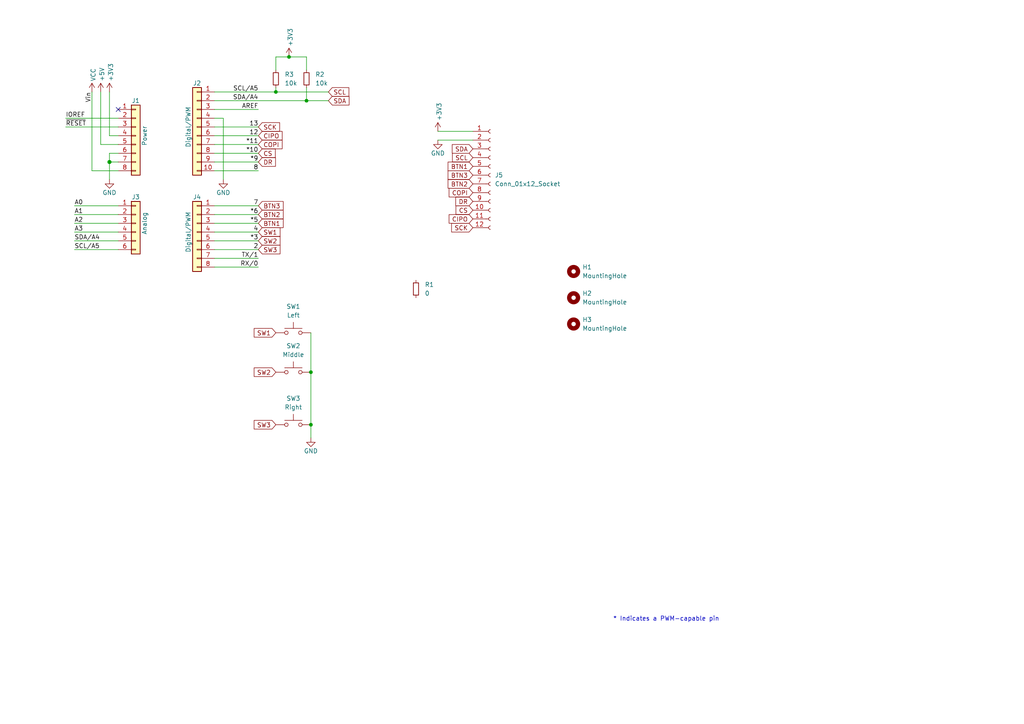
<source format=kicad_sch>
(kicad_sch (version 20230121) (generator eeschema)
  (paper "A4")
  (title_block (date "mar. 31 mars 2015"))
  (lib_symbols
    (symbol "Connector:Conn_01x12_Socket" (pin_names (offset 1.016) hide)
      (property "Reference" "J" (at 0 15.24 0))
      (property "Value" "Conn_01x12_Socket" (at 0 -17.78 0))
      (symbol "Conn_01x12_Socket_1_1"
        (arc (start 0 -14.732) (mid -0.5058 -15.24) (end 0 -15.748) (stroke (width 0.1524)))
        (arc (start 0 -12.192) (mid -0.5058 -12.7) (end 0 -13.208) (stroke (width 0.1524)))
        (arc (start 0 -9.652) (mid -0.5058 -10.16) (end 0 -10.668) (stroke (width 0.1524)))
        (arc (start 0 -7.112) (mid -0.5058 -7.62) (end 0 -8.128) (stroke (width 0.1524)))
        (arc (start 0 -4.572) (mid -0.5058 -5.08) (end 0 -5.588) (stroke (width 0.1524)))
        (arc (start 0 -2.032) (mid -0.5058 -2.54) (end 0 -3.048) (stroke (width 0.1524)))
        (polyline (pts (xy -1.27 -15.24) (xy -0.508 -15.24)) (stroke (width 0.1524)))
        (polyline (pts (xy -1.27 -12.7) (xy -0.508 -12.7)) (stroke (width 0.1524)))
        (polyline (pts (xy -1.27 -10.16) (xy -0.508 -10.16)) (stroke (width 0.1524)))
        (polyline (pts (xy -1.27 -7.62) (xy -0.508 -7.62)) (stroke (width 0.1524)))
        (polyline (pts (xy -1.27 -5.08) (xy -0.508 -5.08)) (stroke (width 0.1524)))
        (polyline (pts (xy -1.27 -2.54) (xy -0.508 -2.54)) (stroke (width 0.1524)))
        (polyline (pts (xy -1.27 0) (xy -0.508 0)) (stroke (width 0.1524)))
        (polyline (pts (xy -1.27 2.54) (xy -0.508 2.54)) (stroke (width 0.1524)))
        (polyline (pts (xy -1.27 5.08) (xy -0.508 5.08)) (stroke (width 0.1524)))
        (polyline (pts (xy -1.27 7.62) (xy -0.508 7.62)) (stroke (width 0.1524)))
        (polyline (pts (xy -1.27 10.16) (xy -0.508 10.16)) (stroke (width 0.1524)))
        (polyline (pts (xy -1.27 12.7) (xy -0.508 12.7)) (stroke (width 0.1524)))
        (arc (start 0 0.508) (mid -0.5058 0) (end 0 -0.508) (stroke (width 0.1524)))
        (arc (start 0 3.048) (mid -0.5058 2.54) (end 0 2.032) (stroke (width 0.1524)))
        (arc (start 0 5.588) (mid -0.5058 5.08) (end 0 4.572) (stroke (width 0.1524)))
        (arc (start 0 8.128) (mid -0.5058 7.62) (end 0 7.112) (stroke (width 0.1524)))
        (arc (start 0 10.668) (mid -0.5058 10.16) (end 0 9.652) (stroke (width 0.1524)))
        (arc (start 0 13.208) (mid -0.5058 12.7) (end 0 12.192) (stroke (width 0.1524)))
        (pin passive line (at -5.08 12.7 0) (length 3.81) (name "Pin_1") (number "1"))
        (pin passive line (at -5.08 -10.16 0) (length 3.81) (name "Pin_10") (number "10"))
        (pin passive line (at -5.08 -12.7 0) (length 3.81) (name "Pin_11") (number "11"))
        (pin passive line (at -5.08 -15.24 0) (length 3.81) (name "Pin_12") (number "12"))
        (pin passive line (at -5.08 10.16 0) (length 3.81) (name "Pin_2") (number "2"))
        (pin passive line (at -5.08 7.62 0) (length 3.81) (name "Pin_3") (number "3"))
        (pin passive line (at -5.08 5.08 0) (length 3.81) (name "Pin_4") (number "4"))
        (pin passive line (at -5.08 2.54 0) (length 3.81) (name "Pin_5") (number "5"))
        (pin passive line (at -5.08 0 0) (length 3.81) (name "Pin_6") (number "6"))
        (pin passive line (at -5.08 -2.54 0) (length 3.81) (name "Pin_7") (number "7"))
        (pin passive line (at -5.08 -5.08 0) (length 3.81) (name "Pin_8") (number "8"))
        (pin passive line (at -5.08 -7.62 0) (length 3.81) (name "Pin_9") (number "9"))
      )
    )
    (symbol "Connector_Generic:Conn_01x06" (pin_names (offset 1.016) hide)
      (property "Reference" "J" (at 0 7.62 0))
      (property "Value" "Conn_01x06" (at 0 -10.16 0))
      (symbol "Conn_01x06_1_1"
        (rectangle (start -1.27 -7.493) (end 0 -7.747) (stroke (width 0.1524)))
        (rectangle (start -1.27 -4.953) (end 0 -5.207) (stroke (width 0.1524)))
        (rectangle (start -1.27 -2.413) (end 0 -2.667) (stroke (width 0.1524)))
        (rectangle (start -1.27 0.127) (end 0 -0.127) (stroke (width 0.1524)))
        (rectangle (start -1.27 2.667) (end 0 2.413) (stroke (width 0.1524)))
        (rectangle (start -1.27 5.207) (end 0 4.953) (stroke (width 0.1524)))
        (rectangle (start -1.27 6.35) (end 1.27 -8.89) (stroke (width 0.254)) (fill (type background)))
        (pin passive line (at -5.08 5.08 0) (length 3.81) (name "Pin_1") (number "1"))
        (pin passive line (at -5.08 2.54 0) (length 3.81) (name "Pin_2") (number "2"))
        (pin passive line (at -5.08 0 0) (length 3.81) (name "Pin_3") (number "3"))
        (pin passive line (at -5.08 -2.54 0) (length 3.81) (name "Pin_4") (number "4"))
        (pin passive line (at -5.08 -5.08 0) (length 3.81) (name "Pin_5") (number "5"))
        (pin passive line (at -5.08 -7.62 0) (length 3.81) (name "Pin_6") (number "6"))
      )
    )
    (symbol "Connector_Generic:Conn_01x08" (pin_names (offset 1.016) hide)
      (property "Reference" "J" (at 0 10.16 0))
      (property "Value" "Conn_01x08" (at 0 -12.7 0))
      (symbol "Conn_01x08_1_1"
        (rectangle (start -1.27 -10.033) (end 0 -10.287) (stroke (width 0.1524)))
        (rectangle (start -1.27 -7.493) (end 0 -7.747) (stroke (width 0.1524)))
        (rectangle (start -1.27 -4.953) (end 0 -5.207) (stroke (width 0.1524)))
        (rectangle (start -1.27 -2.413) (end 0 -2.667) (stroke (width 0.1524)))
        (rectangle (start -1.27 0.127) (end 0 -0.127) (stroke (width 0.1524)))
        (rectangle (start -1.27 2.667) (end 0 2.413) (stroke (width 0.1524)))
        (rectangle (start -1.27 5.207) (end 0 4.953) (stroke (width 0.1524)))
        (rectangle (start -1.27 7.747) (end 0 7.493) (stroke (width 0.1524)))
        (rectangle (start -1.27 8.89) (end 1.27 -11.43) (stroke (width 0.254)) (fill (type background)))
        (pin passive line (at -5.08 7.62 0) (length 3.81) (name "Pin_1") (number "1"))
        (pin passive line (at -5.08 5.08 0) (length 3.81) (name "Pin_2") (number "2"))
        (pin passive line (at -5.08 2.54 0) (length 3.81) (name "Pin_3") (number "3"))
        (pin passive line (at -5.08 0 0) (length 3.81) (name "Pin_4") (number "4"))
        (pin passive line (at -5.08 -2.54 0) (length 3.81) (name "Pin_5") (number "5"))
        (pin passive line (at -5.08 -5.08 0) (length 3.81) (name "Pin_6") (number "6"))
        (pin passive line (at -5.08 -7.62 0) (length 3.81) (name "Pin_7") (number "7"))
        (pin passive line (at -5.08 -10.16 0) (length 3.81) (name "Pin_8") (number "8"))
      )
    )
    (symbol "Connector_Generic:Conn_01x10" (pin_names (offset 1.016) hide)
      (property "Reference" "J" (at 0 12.7 0))
      (property "Value" "Conn_01x10" (at 0 -15.24 0))
      (symbol "Conn_01x10_1_1"
        (rectangle (start -1.27 -12.573) (end 0 -12.827) (stroke (width 0.1524)))
        (rectangle (start -1.27 -10.033) (end 0 -10.287) (stroke (width 0.1524)))
        (rectangle (start -1.27 -7.493) (end 0 -7.747) (stroke (width 0.1524)))
        (rectangle (start -1.27 -4.953) (end 0 -5.207) (stroke (width 0.1524)))
        (rectangle (start -1.27 -2.413) (end 0 -2.667) (stroke (width 0.1524)))
        (rectangle (start -1.27 0.127) (end 0 -0.127) (stroke (width 0.1524)))
        (rectangle (start -1.27 2.667) (end 0 2.413) (stroke (width 0.1524)))
        (rectangle (start -1.27 5.207) (end 0 4.953) (stroke (width 0.1524)))
        (rectangle (start -1.27 7.747) (end 0 7.493) (stroke (width 0.1524)))
        (rectangle (start -1.27 10.287) (end 0 10.033) (stroke (width 0.1524)))
        (rectangle (start -1.27 11.43) (end 1.27 -13.97) (stroke (width 0.254)) (fill (type background)))
        (pin passive line (at -5.08 10.16 0) (length 3.81) (name "Pin_1") (number "1"))
        (pin passive line (at -5.08 -12.7 0) (length 3.81) (name "Pin_10") (number "10"))
        (pin passive line (at -5.08 7.62 0) (length 3.81) (name "Pin_2") (number "2"))
        (pin passive line (at -5.08 5.08 0) (length 3.81) (name "Pin_3") (number "3"))
        (pin passive line (at -5.08 2.54 0) (length 3.81) (name "Pin_4") (number "4"))
        (pin passive line (at -5.08 0 0) (length 3.81) (name "Pin_5") (number "5"))
        (pin passive line (at -5.08 -2.54 0) (length 3.81) (name "Pin_6") (number "6"))
        (pin passive line (at -5.08 -5.08 0) (length 3.81) (name "Pin_7") (number "7"))
        (pin passive line (at -5.08 -7.62 0) (length 3.81) (name "Pin_8") (number "8"))
        (pin passive line (at -5.08 -10.16 0) (length 3.81) (name "Pin_9") (number "9"))
      )
    )
    (symbol "Device:R_Small" (pin_numbers hide) (pin_names (offset 0.254) hide)
      (property "Reference" "R" (at 0.762 0.508 0))
      (property "Value" "R_Small" (at 0.762 -1.016 0))
      (symbol "R_Small_0_1"
        (rectangle (start -0.762 1.778) (end 0.762 -1.778) (stroke (width 0.2032)))
      )
      (symbol "R_Small_1_1"
        (pin passive line (at 0 2.54 270) (length 0.762) (name "~") (number "1"))
        (pin passive line (at 0 -2.54 90) (length 0.762) (name "~") (number "2"))
      )
    )
    (symbol "Mechanical:MountingHole" (pin_names (offset 1.016))
      (property "Reference" "H" (at 0 5.08 0))
      (property "Value" "MountingHole" (at 0 3.175 0))
      (symbol "MountingHole_0_1"
        (circle (center 0 0) (radius 1.27) (stroke (width 1.27)))
      )
    )
    (symbol "Switch:SW_Push" (pin_numbers hide) (pin_names (offset 1.016) hide)
      (property "Reference" "SW" (at 1.27 2.54 0))
      (property "Value" "SW_Push" (at 0 -1.524 0))
      (symbol "SW_Push_0_1"
        (circle (center -2.032 0) (radius 0.508))
        (polyline (pts (xy 0 1.27) (xy 0 3.048)))
        (polyline (pts (xy 2.54 1.27) (xy -2.54 1.27)))
        (circle (center 2.032 0) (radius 0.508))
        (pin passive line (at -5.08 0 0) (length 2.54) (name "1") (number "1"))
        (pin passive line (at 5.08 0 180) (length 2.54) (name "2") (number "2"))
      )
    )
    (symbol "power:+3V3" (power) (pin_names (offset 0))
      (property "Value" "+3V3" (at 0 3.556 0))
      (symbol "+3V3_0_1"
        (polyline (pts (xy -0.762 1.27) (xy 0 2.54)))
        (polyline (pts (xy 0 0) (xy 0 2.54)))
        (polyline (pts (xy 0 2.54) (xy 0.762 1.27)))
      )
      (symbol "+3V3_1_1"
        (pin power_in line (at 0 0 90) (length 0) hide (name "+3V3") (number "1"))
      )
    )
    (symbol "power:+5V" (power) (pin_names (offset 0))
      (property "Value" "+5V" (at 0 3.556 0))
      (symbol "+5V_0_1"
        (polyline (pts (xy -0.762 1.27) (xy 0 2.54)))
        (polyline (pts (xy 0 0) (xy 0 2.54)))
        (polyline (pts (xy 0 2.54) (xy 0.762 1.27)))
      )
      (symbol "+5V_1_1"
        (pin power_in line (at 0 0 90) (length 0) hide (name "+5V") (number "1"))
      )
    )
    (symbol "power:GND" (power) (pin_names (offset 0))
      (property "Value" "GND" (at 0 -3.81 0))
      (symbol "GND_0_1"
        (polyline (pts (xy 0 0) (xy 0 -1.27) (xy 1.27 -1.27) (xy 0 -2.54) (xy -1.27 -1.27) (xy 0 -1.27)))
      )
      (symbol "GND_1_1"
        (pin power_in line (at 0 0 270) (length 0) hide (name "GND") (number "1"))
      )
    )
    (symbol "power:VCC" (power) (pin_names (offset 0))
      (property "Value" "VCC" (at 0 3.81 0))
      (symbol "VCC_0_1"
        (polyline (pts (xy -0.762 1.27) (xy 0 2.54)))
        (polyline (pts (xy 0 0) (xy 0 2.54)))
        (polyline (pts (xy 0 2.54) (xy 0.762 1.27)))
      )
      (symbol "VCC_1_1"
        (pin power_in line (at 0 0 90) (length 0) hide (name "VCC") (number "1"))
      )
    )
  )
  (junction (at 80.01 26.67))
  (junction (at 31.75 46.99) (diameter 1.016))
  (junction (at 90.17 107.95))
  (junction (at 90.17 123.19))
  (junction (at 88.9 29.21))
  (junction (at 83.82 16.51))
  (no_connect (at 34.29 31.75))
  (wire (pts (xy 62.23 77.47) (xy 74.93 77.47)))
  (wire (pts (xy 62.23 44.45) (xy 74.93 44.45)))
  (wire (pts (xy 62.23 26.67) (xy 80.01 26.67)))
  (wire (pts (xy 80.01 20.32) (xy 80.01 16.51)))
  (wire (pts (xy 80.01 25.4) (xy 80.01 26.67)))
  (wire (pts (xy 31.75 44.45) (xy 31.75 46.99)))
  (wire (pts (xy 88.9 29.21) (xy 95.25 29.21)))
  (wire (pts (xy 21.59 72.39) (xy 34.29 72.39)))
  (wire (pts (xy 127 38.1) (xy 137.16 38.1)))
  (wire (pts (xy 88.9 16.51) (xy 88.9 20.32)))
  (wire (pts (xy 90.17 107.95) (xy 90.17 123.19)))
  (wire (pts (xy 31.75 46.99) (xy 31.75 52.07)))
  (wire (pts (xy 31.75 39.37) (xy 34.29 39.37)))
  (wire (pts (xy 29.21 41.91) (xy 34.29 41.91)))
  (wire (pts (xy 29.21 26.67) (xy 29.21 41.91)))
  (wire (pts (xy 80.01 16.51) (xy 83.82 16.51)))
  (wire (pts (xy 90.17 123.19) (xy 90.17 127)))
  (wire (pts (xy 62.23 36.83) (xy 74.93 36.83)))
  (wire (pts (xy 31.75 26.67) (xy 31.75 39.37)))
  (wire (pts (xy 62.23 59.69) (xy 74.93 59.69)))
  (wire (pts (xy 34.29 59.69) (xy 21.59 59.69)))
  (wire (pts (xy 62.23 39.37) (xy 74.93 39.37)))
  (wire (pts (xy 62.23 62.23) (xy 74.93 62.23)))
  (wire (pts (xy 80.01 26.67) (xy 95.25 26.67)))
  (wire (pts (xy 62.23 46.99) (xy 74.93 46.99)))
  (wire (pts (xy 83.82 16.51) (xy 88.9 16.51)))
  (wire (pts (xy 90.17 96.52) (xy 90.17 107.95)))
  (wire (pts (xy 62.23 67.31) (xy 74.93 67.31)))
  (wire (pts (xy 127 40.64) (xy 137.16 40.64)))
  (wire (pts (xy 19.05 34.29) (xy 34.29 34.29)))
  (wire (pts (xy 64.77 34.29) (xy 64.77 52.07)))
  (wire (pts (xy 62.23 31.75) (xy 74.93 31.75)))
  (wire (pts (xy 34.29 64.77) (xy 21.59 64.77)))
  (wire (pts (xy 19.05 36.83) (xy 34.29 36.83)))
  (wire (pts (xy 34.29 46.99) (xy 31.75 46.99)))
  (wire (pts (xy 34.29 49.53) (xy 26.67 49.53)))
  (wire (pts (xy 21.59 62.23) (xy 34.29 62.23)))
  (wire (pts (xy 62.23 34.29) (xy 64.77 34.29)))
  (wire (pts (xy 34.29 44.45) (xy 31.75 44.45)))
  (wire (pts (xy 62.23 41.91) (xy 74.93 41.91)))
  (wire (pts (xy 62.23 64.77) (xy 74.93 64.77)))
  (wire (pts (xy 21.59 67.31) (xy 34.29 67.31)))
  (wire (pts (xy 88.9 25.4) (xy 88.9 29.21)))
  (wire (pts (xy 62.23 29.21) (xy 88.9 29.21)))
  (wire (pts (xy 62.23 72.39) (xy 74.93 72.39)))
  (wire (pts (xy 62.23 69.85) (xy 74.93 69.85)))
  (wire (pts (xy 62.23 74.93) (xy 74.93 74.93)))
  (wire (pts (xy 26.67 49.53) (xy 26.67 26.67)))
  (wire (pts (xy 34.29 69.85) (xy 21.59 69.85)))
  (wire (pts (xy 62.23 49.53) (xy 74.93 49.53)))
  (text "* Indicates a PWM-capable pin" (at 177.8 180.34 0) (effects (font (size 1.27 1.27)) (justify left bottom)))
  (label "RX{slash}0" (at 74.93 77.47 180))
  (label "A2" (at 21.59 64.77 0))
  (label "4" (at 74.93 67.31 180))
  (label "2" (at 74.93 72.39 180))
  (label "A3" (at 21.59 67.31 0))
  (label "13" (at 74.93 36.83 180))
  (label "12" (at 74.93 39.37 180))
  (label "~{RESET}" (at 19.05 36.83 0))
  (label "*10" (at 74.93 44.45 180))
  (label "7" (at 74.93 59.69 180))
  (label "SDA{slash}A4" (at 74.93 29.21 180))
  (label "8" (at 74.93 49.53 180))
  (label "*11" (at 74.93 41.91 180))
  (label "*3" (at 74.93 69.85 180))
  (label "A1" (at 21.59 62.23 0))
  (label "TX{slash}1" (at 74.93 74.93 180))
  (label "A0" (at 21.59 59.69 0))
  (label "AREF" (at 74.93 31.75 180))
  (label "Vin" (at 26.67 26.67 270))
  (label "*6" (at 74.93 62.23 180))
  (label "SCL{slash}A5" (at 74.93 26.67 180))
  (label "*9" (at 74.93 46.99 180))
  (label "*5" (at 74.93 64.77 180))
  (label "IOREF" (at 19.05 34.29 0))
  (label "SDA{slash}A4" (at 21.59 69.85 0))
  (label "SCL{slash}A5" (at 21.59 72.39 0))
  (global_label "SW3" (shape input) (at 74.93 72.39 0) (property "Intersheetrefs" "${INTERSHEET_REFS}" (effects hide)))
  (global_label "DR" (shape input) (at 74.93 46.99 0) (property "Intersheetrefs" "${INTERSHEET_REFS}" (effects hide)))
  (global_label "SW1" (shape input) (at 80.01 96.52 180) (property "Intersheetrefs" "${INTERSHEET_REFS}" (effects hide)))
  (global_label "DR" (shape input) (at 137.16 58.42 180) (property "Intersheetrefs" "${INTERSHEET_REFS}" (effects hide)))
  (global_label "CS" (shape input) (at 137.16 60.96 180) (property "Intersheetrefs" "${INTERSHEET_REFS}" (effects hide)))
  (global_label "SCK" (shape input) (at 74.93 36.83 0) (property "Intersheetrefs" "${INTERSHEET_REFS}" (effects hide)))
  (global_label "SDA" (shape input) (at 95.25 29.21 0) (property "Intersheetrefs" "${INTERSHEET_REFS}" (effects hide)))
  (global_label "CS" (shape input) (at 74.93 44.45 0) (property "Intersheetrefs" "${INTERSHEET_REFS}" (effects hide)))
  (global_label "BTN3" (shape input) (at 137.16 50.8 180) (property "Intersheetrefs" "${INTERSHEET_REFS}" (effects hide)))
  (global_label "CIPO" (shape input) (at 74.93 39.37 0) (property "Intersheetrefs" "${INTERSHEET_REFS}" (effects hide)))
  (global_label "SW2" (shape input) (at 80.01 107.95 180) (property "Intersheetrefs" "${INTERSHEET_REFS}" (effects hide)))
  (global_label "COPI" (shape input) (at 74.93 41.91 0) (property "Intersheetrefs" "${INTERSHEET_REFS}" (effects hide)))
  (global_label "SCL" (shape input) (at 137.16 45.72 180) (property "Intersheetrefs" "${INTERSHEET_REFS}" (effects hide)))
  (global_label "COPI" (shape input) (at 137.16 55.88 180) (property "Intersheetrefs" "${INTERSHEET_REFS}" (effects hide)))
  (global_label "CIPO" (shape input) (at 137.16 63.5 180) (property "Intersheetrefs" "${INTERSHEET_REFS}" (effects hide)))
  (global_label "SDA" (shape input) (at 137.16 43.18 180) (property "Intersheetrefs" "${INTERSHEET_REFS}" (effects hide)))
  (global_label "BTN2" (shape input) (at 137.16 53.34 180) (property "Intersheetrefs" "${INTERSHEET_REFS}" (effects hide)))
  (global_label "SCL" (shape input) (at 95.25 26.67 0) (property "Intersheetrefs" "${INTERSHEET_REFS}" (effects hide)))
  (global_label "BTN2" (shape input) (at 74.93 62.23 0) (property "Intersheetrefs" "${INTERSHEET_REFS}" (effects hide)))
  (global_label "BTN1" (shape input) (at 74.93 64.77 0) (property "Intersheetrefs" "${INTERSHEET_REFS}" (effects hide)))
  (global_label "BTN3" (shape input) (at 74.93 59.69 0) (property "Intersheetrefs" "${INTERSHEET_REFS}" (effects hide)))
  (global_label "BTN1" (shape input) (at 137.16 48.26 180) (property "Intersheetrefs" "${INTERSHEET_REFS}" (effects hide)))
  (global_label "SW1" (shape input) (at 74.93 67.31 0) (property "Intersheetrefs" "${INTERSHEET_REFS}" (effects hide)))
  (global_label "SW2" (shape input) (at 74.93 69.85 0) (property "Intersheetrefs" "${INTERSHEET_REFS}" (effects hide)))
  (global_label "SW3" (shape input) (at 80.01 123.19 180) (property "Intersheetrefs" "${INTERSHEET_REFS}" (effects hide)))
  (global_label "SCK" (shape input) (at 137.16 66.04 180) (property "Intersheetrefs" "${INTERSHEET_REFS}" (effects hide)))
  (symbol (lib_id "Connector_Generic:Conn_01x08") (at 39.37 39.37 0) (unit 1)
    (property "Reference" "J1" (at 39.37 29.21 0))
    (property "Value" "Power" (at 41.91 39.37 90))
    (property "Footprint" "Connector_PinSocket_2.54mm:PinSocket_1x08_P2.54mm_Vertical" (effects hide))
  )
  (symbol (lib_id "power:+3V3") (at 31.75 26.67 0) (unit 1)
    (property "Reference" "#PWR03" (effects hide))
    (property "Value" "+3.3V" (at 32.131 23.622 90) (effects (justify left)))
  )
  (symbol (lib_id "power:+5V") (at 29.21 26.67 0) (unit 1)
    (property "Reference" "#PWR02" (effects hide))
    (property "Value" "+5V" (at 29.5656 23.622 90) (effects (justify left)))
  )
  (symbol (lib_id "power:GND") (at 31.75 52.07 0) (unit 1)
    (property "Reference" "#PWR04" (effects hide))
    (property "Value" "GND" (at 31.75 55.88 0))
  )
  (symbol (lib_id "Connector_Generic:Conn_01x10") (at 57.15 36.83 0) (mirror y) (unit 1)
    (property "Reference" "J2" (at 57.15 24.13 0))
    (property "Value" "Digital/PWM" (at 54.61 36.83 90))
    (property "Footprint" "Connector_PinSocket_2.54mm:PinSocket_1x10_P2.54mm_Vertical" (effects hide))
  )
  (symbol (lib_id "power:GND") (at 64.77 52.07 0) (unit 1)
    (property "Reference" "#PWR05" (effects hide))
    (property "Value" "GND" (at 64.77 55.88 0))
  )
  (symbol (lib_id "Connector_Generic:Conn_01x06") (at 39.37 64.77 0) (unit 1)
    (property "Reference" "J3" (at 39.37 57.15 0))
    (property "Value" "Analog" (at 41.91 64.77 90))
    (property "Footprint" "Connector_PinSocket_2.54mm:PinSocket_1x06_P2.54mm_Vertical" (effects hide))
  )
  (symbol (lib_id "Connector_Generic:Conn_01x08") (at 57.15 67.31 0) (mirror y) (unit 1)
    (property "Reference" "J4" (at 57.15 57.15 0))
    (property "Value" "Digital/PWM" (at 54.61 67.31 90))
    (property "Footprint" "Connector_PinSocket_2.54mm:PinSocket_1x08_P2.54mm_Vertical" (effects hide))
  )
  (symbol (lib_id "power:+3V3") (at 127 38.1 0) (unit 1)
    (property "Reference" "#PWR07" (effects hide))
    (property "Value" "+3.3V" (at 127.381 35.052 90) (effects (justify left)))
  )
  (symbol (lib_id "Device:R_Small") (at 120.65 83.82 0) (unit 1)
    (property "Reference" "R1" (at 123.19 82.55 0) (effects (justify left)))
    (property "Value" "0" (at 123.19 85.09 0) (effects (justify left)))
    (property "Footprint" "Resistor_SMD:R_0805_2012Metric" (effects hide))
    (property "LCSC" "C17414" (effects hide))
  )
  (symbol (lib_id "power:+3V3") (at 83.82 16.51 0) (unit 1)
    (property "Reference" "#PWR09" (effects hide))
    (property "Value" "+3.3V" (at 84.201 13.462 90) (effects (justify left)))
  )
  (symbol (lib_id "power:VCC") (at 26.67 26.67 0) (unit 1)
    (property "Reference" "#PWR01" (effects hide))
    (property "Value" "VCC" (at 27.051 23.622 90) (effects (justify left)))
  )
  (symbol (lib_id "Mechanical:MountingHole") (at 166.37 78.74 0) (unit 1)
    (property "Reference" "H1" (at 168.91 77.47 0) (effects (justify left)))
    (property "Value" "MountingHole" (at 168.91 80.01 0) (effects (justify left)))
    (property "Footprint" "mounting:MountingHole_M2_Pad_NonPTH_TopOnly" (effects hide))
    (property "LCSC" "C2916319" (effects hide))
  )
  (symbol (lib_id "Device:R_Small") (at 88.9 22.86 0) (unit 1)
    (property "Reference" "R2" (at 91.44 21.59 0) (effects (justify left)))
    (property "Value" "10k" (at 91.44 24.13 0) (effects (justify left)))
    (property "Footprint" "Resistor_SMD:R_0805_2012Metric" (effects hide))
  )
  (symbol (lib_id "Device:R_Small") (at 80.01 22.86 0) (unit 1)
    (property "Reference" "R3" (at 82.55 21.59 0) (effects (justify left)))
    (property "Value" "10k" (at 82.55 24.13 0) (effects (justify left)))
    (property "Footprint" "Resistor_SMD:R_0805_2012Metric" (effects hide))
  )
  (symbol (lib_id "Connector:Conn_01x12_Socket") (at 142.24 50.8 0) (unit 1)
    (property "Reference" "J5" (at 143.51 50.8 0) (effects (justify left)))
    (property "Value" "Conn_01x12_Socket" (at 143.51 53.34 0) (effects (justify left)))
    (property "Footprint" "ffc:FPC-SMD_FPC05012-09200-.5mm-rev" (effects hide))
    (property "LCSC" "C479750" (effects hide))
  )
  (symbol (lib_id "power:GND") (at 127 40.64 0) (unit 1)
    (property "Reference" "#PWR06" (effects hide))
    (property "Value" "GND" (at 127 44.45 0))
  )
  (symbol (lib_id "Switch:SW_Push") (at 85.09 96.52 0) (unit 1)
    (property "Reference" "SW1" (at 85.09 88.9 0))
    (property "Value" "Left" (at 85.09 91.44 0))
    (property "Footprint" "buttons:SW_SKSTAAE010" (effects hide))
    (property "LCSC" "C202379" (effects hide))
  )
  (symbol (lib_id "power:GND") (at 90.17 127 0) (unit 1)
    (property "Reference" "#PWR08" (effects hide))
    (property "Value" "GND" (at 90.17 130.81 0))
  )
  (symbol (lib_id "Mechanical:MountingHole") (at 166.37 86.36 0) (unit 1)
    (property "Reference" "H2" (at 168.91 85.09 0) (effects (justify left)))
    (property "Value" "MountingHole" (at 168.91 87.63 0) (effects (justify left)))
    (property "Footprint" "mounting:MountingHole_M2_Pad_NonPTH_TopOnly" (effects hide))
    (property "LCSC" "C2916319" (effects hide))
  )
  (symbol (lib_id "Switch:SW_Push") (at 85.09 107.95 0) (unit 1)
    (property "Reference" "SW2" (at 85.09 100.33 0))
    (property "Value" "Middle" (at 85.09 102.87 0))
    (property "Footprint" "buttons:SW_SKSTAAE010" (effects hide))
    (property "LCSC" "C202379" (effects hide))
  )
  (symbol (lib_id "Switch:SW_Push") (at 85.09 123.19 0) (unit 1)
    (property "Reference" "SW3" (at 85.09 115.57 0))
    (property "Value" "Right" (at 85.09 118.11 0))
    (property "Footprint" "buttons:SW_SKSTAAE010" (effects hide))
    (property "LCSC" "C202379" (effects hide))
  )
  (symbol (lib_id "Mechanical:MountingHole") (at 166.37 93.98 0) (unit 1)
    (property "Reference" "H3" (at 168.91 92.71 0) (effects (justify left)))
    (property "Value" "MountingHole" (at 168.91 95.25 0) (effects (justify left)))
    (property "Footprint" "mounting:MountingHole_M2_Pad_NonPTH_TopOnly" (effects hide))
    (property "LCSC" "C2916319" (effects hide))
  )
)
</source>
